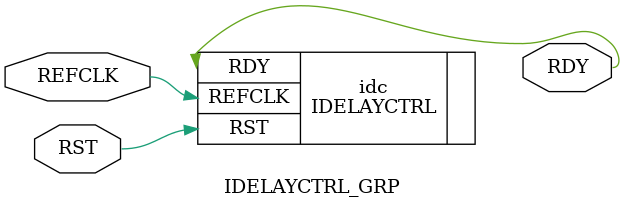
<source format=v>
/*
 * This file is protected by Copyright. Please refer to the COPYRIGHT file
 * distributed with this source distribution.
 *
 * This file is part of OpenCPI <http://www.opencpi.org>
 *
 * OpenCPI is free software: you can redistribute it and/or modify it under the
 * terms of the GNU Lesser General Public License as published by the Free
 * Software Foundation, either version 3 of the License, or (at your option) any
 * later version.
 *
 * OpenCPI is distributed in the hope that it will be useful, but WITHOUT ANY
 * WARRANTY; without even the implied warranty of MERCHANTABILITY or FITNESS FOR
 * A PARTICULAR PURPOSE. See the GNU Lesser General Public License for more
 * details.
 *
 * You should have received a copy of the GNU Lesser General Public License
 * along with this program. If not, see <http://www.gnu.org/licenses/>.
 */

module IDELAYCTRL_GRP#(
  parameter IODELAY_GRP = "IODELAY_XXX")
( input    REFCLK,  
  input    RST,
  output   RDY
);

(* IODELAY_GROUP = IODELAY_GRP *)
  IDELAYCTRL idc(.REFCLK(REFCLK), .RST(RST), .RDY(RDY));

endmodule

</source>
